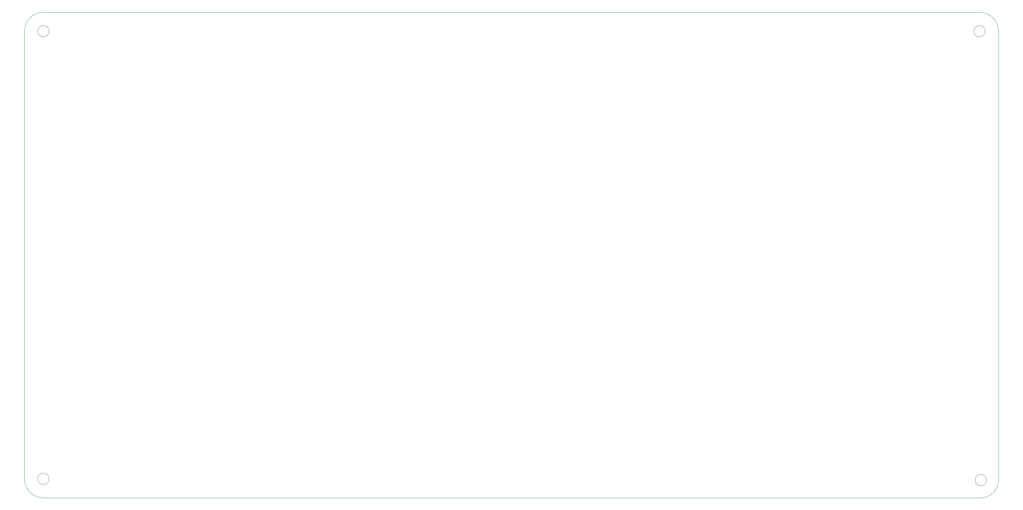
<source format=gbr>
%TF.GenerationSoftware,KiCad,Pcbnew,5.99.0-unknown-1f9723c~101~ubuntu18.04.1*%
%TF.CreationDate,2020-06-24T04:42:17+03:00*%
%TF.ProjectId,WaveUltrasonics,57617665-556c-4747-9261-736f6e696373,rev?*%
%TF.SameCoordinates,Original*%
%TF.FileFunction,Profile,NP*%
%FSLAX46Y46*%
G04 Gerber Fmt 4.6, Leading zero omitted, Abs format (unit mm)*
G04 Created by KiCad (PCBNEW 5.99.0-unknown-1f9723c~101~ubuntu18.04.1) date 2020-06-24 04:42:17*
%MOMM*%
%LPD*%
G01*
G04 APERTURE LIST*
%TA.AperFunction,Profile*%
%ADD10C,0.050000*%
%TD*%
G04 APERTURE END LIST*
D10*
X66500000Y-63000000D02*
G75*
G02*
X71500000Y-58000000I5000000J0D01*
G01*
X73000000Y-63000000D02*
G75*
G03*
X73000000Y-63000000I-1500000J0D01*
G01*
X73000000Y-181000000D02*
G75*
G03*
X73000000Y-181000000I-1500000J0D01*
G01*
X71500000Y-186000000D02*
G75*
G02*
X66500000Y-181000000I0J5000000D01*
G01*
X319984000Y-63008000D02*
G75*
G03*
X319984000Y-63008000I-1500000J0D01*
G01*
X320348000Y-181348000D02*
G75*
G03*
X320348000Y-181348000I-1500000J0D01*
G01*
X323500000Y-181348000D02*
G75*
G02*
X318848000Y-186000000I-4652000J0D01*
G01*
X318500000Y-58000000D02*
G75*
G02*
X323500000Y-63000000I0J-5000000D01*
G01*
X66500000Y-181000000D02*
X66500000Y-63000000D01*
X318848000Y-186000000D02*
X71500000Y-186000000D01*
X323500000Y-63000000D02*
X323500000Y-181348000D01*
X71500000Y-58000000D02*
X318500000Y-58000000D01*
M02*

</source>
